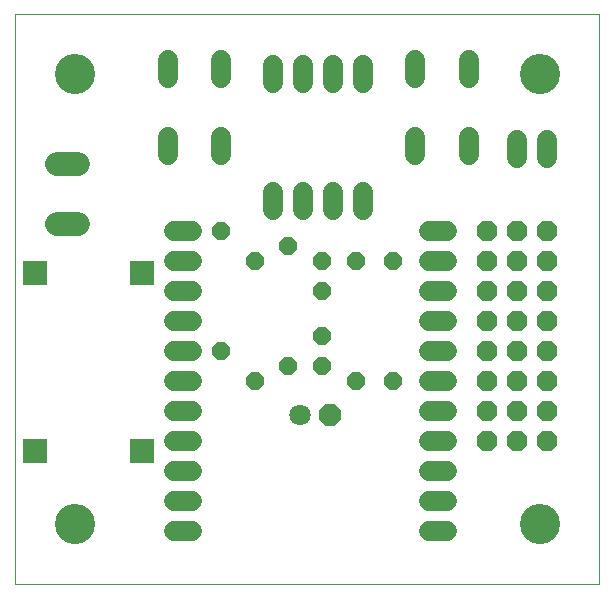
<source format=gbs>
G75*
%MOIN*%
%OFA0B0*%
%FSLAX25Y25*%
%IPPOS*%
%LPD*%
%AMOC8*
5,1,8,0,0,1.08239X$1,22.5*
%
%ADD10C,0.00000*%
%ADD11C,0.06800*%
%ADD12R,0.08400X0.08400*%
%ADD13C,0.07850*%
%ADD14OC8,0.06000*%
%ADD15OC8,0.07100*%
%ADD16C,0.07100*%
%ADD17OC8,0.06800*%
%ADD18C,0.13398*%
D10*
X0006600Y0001600D02*
X0006600Y0191561D01*
X0201551Y0191561D01*
X0201551Y0001600D01*
X0006600Y0001600D01*
X0020301Y0021600D02*
X0020303Y0021758D01*
X0020309Y0021916D01*
X0020319Y0022074D01*
X0020333Y0022232D01*
X0020351Y0022389D01*
X0020372Y0022546D01*
X0020398Y0022702D01*
X0020428Y0022858D01*
X0020461Y0023013D01*
X0020499Y0023166D01*
X0020540Y0023319D01*
X0020585Y0023471D01*
X0020634Y0023622D01*
X0020687Y0023771D01*
X0020743Y0023919D01*
X0020803Y0024065D01*
X0020867Y0024210D01*
X0020935Y0024353D01*
X0021006Y0024495D01*
X0021080Y0024635D01*
X0021158Y0024772D01*
X0021240Y0024908D01*
X0021324Y0025042D01*
X0021413Y0025173D01*
X0021504Y0025302D01*
X0021599Y0025429D01*
X0021696Y0025554D01*
X0021797Y0025676D01*
X0021901Y0025795D01*
X0022008Y0025912D01*
X0022118Y0026026D01*
X0022231Y0026137D01*
X0022346Y0026246D01*
X0022464Y0026351D01*
X0022585Y0026453D01*
X0022708Y0026553D01*
X0022834Y0026649D01*
X0022962Y0026742D01*
X0023092Y0026832D01*
X0023225Y0026918D01*
X0023360Y0027002D01*
X0023496Y0027081D01*
X0023635Y0027158D01*
X0023776Y0027230D01*
X0023918Y0027300D01*
X0024062Y0027365D01*
X0024208Y0027427D01*
X0024355Y0027485D01*
X0024504Y0027540D01*
X0024654Y0027591D01*
X0024805Y0027638D01*
X0024957Y0027681D01*
X0025110Y0027720D01*
X0025265Y0027756D01*
X0025420Y0027787D01*
X0025576Y0027815D01*
X0025732Y0027839D01*
X0025889Y0027859D01*
X0026047Y0027875D01*
X0026204Y0027887D01*
X0026363Y0027895D01*
X0026521Y0027899D01*
X0026679Y0027899D01*
X0026837Y0027895D01*
X0026996Y0027887D01*
X0027153Y0027875D01*
X0027311Y0027859D01*
X0027468Y0027839D01*
X0027624Y0027815D01*
X0027780Y0027787D01*
X0027935Y0027756D01*
X0028090Y0027720D01*
X0028243Y0027681D01*
X0028395Y0027638D01*
X0028546Y0027591D01*
X0028696Y0027540D01*
X0028845Y0027485D01*
X0028992Y0027427D01*
X0029138Y0027365D01*
X0029282Y0027300D01*
X0029424Y0027230D01*
X0029565Y0027158D01*
X0029704Y0027081D01*
X0029840Y0027002D01*
X0029975Y0026918D01*
X0030108Y0026832D01*
X0030238Y0026742D01*
X0030366Y0026649D01*
X0030492Y0026553D01*
X0030615Y0026453D01*
X0030736Y0026351D01*
X0030854Y0026246D01*
X0030969Y0026137D01*
X0031082Y0026026D01*
X0031192Y0025912D01*
X0031299Y0025795D01*
X0031403Y0025676D01*
X0031504Y0025554D01*
X0031601Y0025429D01*
X0031696Y0025302D01*
X0031787Y0025173D01*
X0031876Y0025042D01*
X0031960Y0024908D01*
X0032042Y0024772D01*
X0032120Y0024635D01*
X0032194Y0024495D01*
X0032265Y0024353D01*
X0032333Y0024210D01*
X0032397Y0024065D01*
X0032457Y0023919D01*
X0032513Y0023771D01*
X0032566Y0023622D01*
X0032615Y0023471D01*
X0032660Y0023319D01*
X0032701Y0023166D01*
X0032739Y0023013D01*
X0032772Y0022858D01*
X0032802Y0022702D01*
X0032828Y0022546D01*
X0032849Y0022389D01*
X0032867Y0022232D01*
X0032881Y0022074D01*
X0032891Y0021916D01*
X0032897Y0021758D01*
X0032899Y0021600D01*
X0032897Y0021442D01*
X0032891Y0021284D01*
X0032881Y0021126D01*
X0032867Y0020968D01*
X0032849Y0020811D01*
X0032828Y0020654D01*
X0032802Y0020498D01*
X0032772Y0020342D01*
X0032739Y0020187D01*
X0032701Y0020034D01*
X0032660Y0019881D01*
X0032615Y0019729D01*
X0032566Y0019578D01*
X0032513Y0019429D01*
X0032457Y0019281D01*
X0032397Y0019135D01*
X0032333Y0018990D01*
X0032265Y0018847D01*
X0032194Y0018705D01*
X0032120Y0018565D01*
X0032042Y0018428D01*
X0031960Y0018292D01*
X0031876Y0018158D01*
X0031787Y0018027D01*
X0031696Y0017898D01*
X0031601Y0017771D01*
X0031504Y0017646D01*
X0031403Y0017524D01*
X0031299Y0017405D01*
X0031192Y0017288D01*
X0031082Y0017174D01*
X0030969Y0017063D01*
X0030854Y0016954D01*
X0030736Y0016849D01*
X0030615Y0016747D01*
X0030492Y0016647D01*
X0030366Y0016551D01*
X0030238Y0016458D01*
X0030108Y0016368D01*
X0029975Y0016282D01*
X0029840Y0016198D01*
X0029704Y0016119D01*
X0029565Y0016042D01*
X0029424Y0015970D01*
X0029282Y0015900D01*
X0029138Y0015835D01*
X0028992Y0015773D01*
X0028845Y0015715D01*
X0028696Y0015660D01*
X0028546Y0015609D01*
X0028395Y0015562D01*
X0028243Y0015519D01*
X0028090Y0015480D01*
X0027935Y0015444D01*
X0027780Y0015413D01*
X0027624Y0015385D01*
X0027468Y0015361D01*
X0027311Y0015341D01*
X0027153Y0015325D01*
X0026996Y0015313D01*
X0026837Y0015305D01*
X0026679Y0015301D01*
X0026521Y0015301D01*
X0026363Y0015305D01*
X0026204Y0015313D01*
X0026047Y0015325D01*
X0025889Y0015341D01*
X0025732Y0015361D01*
X0025576Y0015385D01*
X0025420Y0015413D01*
X0025265Y0015444D01*
X0025110Y0015480D01*
X0024957Y0015519D01*
X0024805Y0015562D01*
X0024654Y0015609D01*
X0024504Y0015660D01*
X0024355Y0015715D01*
X0024208Y0015773D01*
X0024062Y0015835D01*
X0023918Y0015900D01*
X0023776Y0015970D01*
X0023635Y0016042D01*
X0023496Y0016119D01*
X0023360Y0016198D01*
X0023225Y0016282D01*
X0023092Y0016368D01*
X0022962Y0016458D01*
X0022834Y0016551D01*
X0022708Y0016647D01*
X0022585Y0016747D01*
X0022464Y0016849D01*
X0022346Y0016954D01*
X0022231Y0017063D01*
X0022118Y0017174D01*
X0022008Y0017288D01*
X0021901Y0017405D01*
X0021797Y0017524D01*
X0021696Y0017646D01*
X0021599Y0017771D01*
X0021504Y0017898D01*
X0021413Y0018027D01*
X0021324Y0018158D01*
X0021240Y0018292D01*
X0021158Y0018428D01*
X0021080Y0018565D01*
X0021006Y0018705D01*
X0020935Y0018847D01*
X0020867Y0018990D01*
X0020803Y0019135D01*
X0020743Y0019281D01*
X0020687Y0019429D01*
X0020634Y0019578D01*
X0020585Y0019729D01*
X0020540Y0019881D01*
X0020499Y0020034D01*
X0020461Y0020187D01*
X0020428Y0020342D01*
X0020398Y0020498D01*
X0020372Y0020654D01*
X0020351Y0020811D01*
X0020333Y0020968D01*
X0020319Y0021126D01*
X0020309Y0021284D01*
X0020303Y0021442D01*
X0020301Y0021600D01*
X0020301Y0171600D02*
X0020303Y0171758D01*
X0020309Y0171916D01*
X0020319Y0172074D01*
X0020333Y0172232D01*
X0020351Y0172389D01*
X0020372Y0172546D01*
X0020398Y0172702D01*
X0020428Y0172858D01*
X0020461Y0173013D01*
X0020499Y0173166D01*
X0020540Y0173319D01*
X0020585Y0173471D01*
X0020634Y0173622D01*
X0020687Y0173771D01*
X0020743Y0173919D01*
X0020803Y0174065D01*
X0020867Y0174210D01*
X0020935Y0174353D01*
X0021006Y0174495D01*
X0021080Y0174635D01*
X0021158Y0174772D01*
X0021240Y0174908D01*
X0021324Y0175042D01*
X0021413Y0175173D01*
X0021504Y0175302D01*
X0021599Y0175429D01*
X0021696Y0175554D01*
X0021797Y0175676D01*
X0021901Y0175795D01*
X0022008Y0175912D01*
X0022118Y0176026D01*
X0022231Y0176137D01*
X0022346Y0176246D01*
X0022464Y0176351D01*
X0022585Y0176453D01*
X0022708Y0176553D01*
X0022834Y0176649D01*
X0022962Y0176742D01*
X0023092Y0176832D01*
X0023225Y0176918D01*
X0023360Y0177002D01*
X0023496Y0177081D01*
X0023635Y0177158D01*
X0023776Y0177230D01*
X0023918Y0177300D01*
X0024062Y0177365D01*
X0024208Y0177427D01*
X0024355Y0177485D01*
X0024504Y0177540D01*
X0024654Y0177591D01*
X0024805Y0177638D01*
X0024957Y0177681D01*
X0025110Y0177720D01*
X0025265Y0177756D01*
X0025420Y0177787D01*
X0025576Y0177815D01*
X0025732Y0177839D01*
X0025889Y0177859D01*
X0026047Y0177875D01*
X0026204Y0177887D01*
X0026363Y0177895D01*
X0026521Y0177899D01*
X0026679Y0177899D01*
X0026837Y0177895D01*
X0026996Y0177887D01*
X0027153Y0177875D01*
X0027311Y0177859D01*
X0027468Y0177839D01*
X0027624Y0177815D01*
X0027780Y0177787D01*
X0027935Y0177756D01*
X0028090Y0177720D01*
X0028243Y0177681D01*
X0028395Y0177638D01*
X0028546Y0177591D01*
X0028696Y0177540D01*
X0028845Y0177485D01*
X0028992Y0177427D01*
X0029138Y0177365D01*
X0029282Y0177300D01*
X0029424Y0177230D01*
X0029565Y0177158D01*
X0029704Y0177081D01*
X0029840Y0177002D01*
X0029975Y0176918D01*
X0030108Y0176832D01*
X0030238Y0176742D01*
X0030366Y0176649D01*
X0030492Y0176553D01*
X0030615Y0176453D01*
X0030736Y0176351D01*
X0030854Y0176246D01*
X0030969Y0176137D01*
X0031082Y0176026D01*
X0031192Y0175912D01*
X0031299Y0175795D01*
X0031403Y0175676D01*
X0031504Y0175554D01*
X0031601Y0175429D01*
X0031696Y0175302D01*
X0031787Y0175173D01*
X0031876Y0175042D01*
X0031960Y0174908D01*
X0032042Y0174772D01*
X0032120Y0174635D01*
X0032194Y0174495D01*
X0032265Y0174353D01*
X0032333Y0174210D01*
X0032397Y0174065D01*
X0032457Y0173919D01*
X0032513Y0173771D01*
X0032566Y0173622D01*
X0032615Y0173471D01*
X0032660Y0173319D01*
X0032701Y0173166D01*
X0032739Y0173013D01*
X0032772Y0172858D01*
X0032802Y0172702D01*
X0032828Y0172546D01*
X0032849Y0172389D01*
X0032867Y0172232D01*
X0032881Y0172074D01*
X0032891Y0171916D01*
X0032897Y0171758D01*
X0032899Y0171600D01*
X0032897Y0171442D01*
X0032891Y0171284D01*
X0032881Y0171126D01*
X0032867Y0170968D01*
X0032849Y0170811D01*
X0032828Y0170654D01*
X0032802Y0170498D01*
X0032772Y0170342D01*
X0032739Y0170187D01*
X0032701Y0170034D01*
X0032660Y0169881D01*
X0032615Y0169729D01*
X0032566Y0169578D01*
X0032513Y0169429D01*
X0032457Y0169281D01*
X0032397Y0169135D01*
X0032333Y0168990D01*
X0032265Y0168847D01*
X0032194Y0168705D01*
X0032120Y0168565D01*
X0032042Y0168428D01*
X0031960Y0168292D01*
X0031876Y0168158D01*
X0031787Y0168027D01*
X0031696Y0167898D01*
X0031601Y0167771D01*
X0031504Y0167646D01*
X0031403Y0167524D01*
X0031299Y0167405D01*
X0031192Y0167288D01*
X0031082Y0167174D01*
X0030969Y0167063D01*
X0030854Y0166954D01*
X0030736Y0166849D01*
X0030615Y0166747D01*
X0030492Y0166647D01*
X0030366Y0166551D01*
X0030238Y0166458D01*
X0030108Y0166368D01*
X0029975Y0166282D01*
X0029840Y0166198D01*
X0029704Y0166119D01*
X0029565Y0166042D01*
X0029424Y0165970D01*
X0029282Y0165900D01*
X0029138Y0165835D01*
X0028992Y0165773D01*
X0028845Y0165715D01*
X0028696Y0165660D01*
X0028546Y0165609D01*
X0028395Y0165562D01*
X0028243Y0165519D01*
X0028090Y0165480D01*
X0027935Y0165444D01*
X0027780Y0165413D01*
X0027624Y0165385D01*
X0027468Y0165361D01*
X0027311Y0165341D01*
X0027153Y0165325D01*
X0026996Y0165313D01*
X0026837Y0165305D01*
X0026679Y0165301D01*
X0026521Y0165301D01*
X0026363Y0165305D01*
X0026204Y0165313D01*
X0026047Y0165325D01*
X0025889Y0165341D01*
X0025732Y0165361D01*
X0025576Y0165385D01*
X0025420Y0165413D01*
X0025265Y0165444D01*
X0025110Y0165480D01*
X0024957Y0165519D01*
X0024805Y0165562D01*
X0024654Y0165609D01*
X0024504Y0165660D01*
X0024355Y0165715D01*
X0024208Y0165773D01*
X0024062Y0165835D01*
X0023918Y0165900D01*
X0023776Y0165970D01*
X0023635Y0166042D01*
X0023496Y0166119D01*
X0023360Y0166198D01*
X0023225Y0166282D01*
X0023092Y0166368D01*
X0022962Y0166458D01*
X0022834Y0166551D01*
X0022708Y0166647D01*
X0022585Y0166747D01*
X0022464Y0166849D01*
X0022346Y0166954D01*
X0022231Y0167063D01*
X0022118Y0167174D01*
X0022008Y0167288D01*
X0021901Y0167405D01*
X0021797Y0167524D01*
X0021696Y0167646D01*
X0021599Y0167771D01*
X0021504Y0167898D01*
X0021413Y0168027D01*
X0021324Y0168158D01*
X0021240Y0168292D01*
X0021158Y0168428D01*
X0021080Y0168565D01*
X0021006Y0168705D01*
X0020935Y0168847D01*
X0020867Y0168990D01*
X0020803Y0169135D01*
X0020743Y0169281D01*
X0020687Y0169429D01*
X0020634Y0169578D01*
X0020585Y0169729D01*
X0020540Y0169881D01*
X0020499Y0170034D01*
X0020461Y0170187D01*
X0020428Y0170342D01*
X0020398Y0170498D01*
X0020372Y0170654D01*
X0020351Y0170811D01*
X0020333Y0170968D01*
X0020319Y0171126D01*
X0020309Y0171284D01*
X0020303Y0171442D01*
X0020301Y0171600D01*
X0175301Y0171600D02*
X0175303Y0171758D01*
X0175309Y0171916D01*
X0175319Y0172074D01*
X0175333Y0172232D01*
X0175351Y0172389D01*
X0175372Y0172546D01*
X0175398Y0172702D01*
X0175428Y0172858D01*
X0175461Y0173013D01*
X0175499Y0173166D01*
X0175540Y0173319D01*
X0175585Y0173471D01*
X0175634Y0173622D01*
X0175687Y0173771D01*
X0175743Y0173919D01*
X0175803Y0174065D01*
X0175867Y0174210D01*
X0175935Y0174353D01*
X0176006Y0174495D01*
X0176080Y0174635D01*
X0176158Y0174772D01*
X0176240Y0174908D01*
X0176324Y0175042D01*
X0176413Y0175173D01*
X0176504Y0175302D01*
X0176599Y0175429D01*
X0176696Y0175554D01*
X0176797Y0175676D01*
X0176901Y0175795D01*
X0177008Y0175912D01*
X0177118Y0176026D01*
X0177231Y0176137D01*
X0177346Y0176246D01*
X0177464Y0176351D01*
X0177585Y0176453D01*
X0177708Y0176553D01*
X0177834Y0176649D01*
X0177962Y0176742D01*
X0178092Y0176832D01*
X0178225Y0176918D01*
X0178360Y0177002D01*
X0178496Y0177081D01*
X0178635Y0177158D01*
X0178776Y0177230D01*
X0178918Y0177300D01*
X0179062Y0177365D01*
X0179208Y0177427D01*
X0179355Y0177485D01*
X0179504Y0177540D01*
X0179654Y0177591D01*
X0179805Y0177638D01*
X0179957Y0177681D01*
X0180110Y0177720D01*
X0180265Y0177756D01*
X0180420Y0177787D01*
X0180576Y0177815D01*
X0180732Y0177839D01*
X0180889Y0177859D01*
X0181047Y0177875D01*
X0181204Y0177887D01*
X0181363Y0177895D01*
X0181521Y0177899D01*
X0181679Y0177899D01*
X0181837Y0177895D01*
X0181996Y0177887D01*
X0182153Y0177875D01*
X0182311Y0177859D01*
X0182468Y0177839D01*
X0182624Y0177815D01*
X0182780Y0177787D01*
X0182935Y0177756D01*
X0183090Y0177720D01*
X0183243Y0177681D01*
X0183395Y0177638D01*
X0183546Y0177591D01*
X0183696Y0177540D01*
X0183845Y0177485D01*
X0183992Y0177427D01*
X0184138Y0177365D01*
X0184282Y0177300D01*
X0184424Y0177230D01*
X0184565Y0177158D01*
X0184704Y0177081D01*
X0184840Y0177002D01*
X0184975Y0176918D01*
X0185108Y0176832D01*
X0185238Y0176742D01*
X0185366Y0176649D01*
X0185492Y0176553D01*
X0185615Y0176453D01*
X0185736Y0176351D01*
X0185854Y0176246D01*
X0185969Y0176137D01*
X0186082Y0176026D01*
X0186192Y0175912D01*
X0186299Y0175795D01*
X0186403Y0175676D01*
X0186504Y0175554D01*
X0186601Y0175429D01*
X0186696Y0175302D01*
X0186787Y0175173D01*
X0186876Y0175042D01*
X0186960Y0174908D01*
X0187042Y0174772D01*
X0187120Y0174635D01*
X0187194Y0174495D01*
X0187265Y0174353D01*
X0187333Y0174210D01*
X0187397Y0174065D01*
X0187457Y0173919D01*
X0187513Y0173771D01*
X0187566Y0173622D01*
X0187615Y0173471D01*
X0187660Y0173319D01*
X0187701Y0173166D01*
X0187739Y0173013D01*
X0187772Y0172858D01*
X0187802Y0172702D01*
X0187828Y0172546D01*
X0187849Y0172389D01*
X0187867Y0172232D01*
X0187881Y0172074D01*
X0187891Y0171916D01*
X0187897Y0171758D01*
X0187899Y0171600D01*
X0187897Y0171442D01*
X0187891Y0171284D01*
X0187881Y0171126D01*
X0187867Y0170968D01*
X0187849Y0170811D01*
X0187828Y0170654D01*
X0187802Y0170498D01*
X0187772Y0170342D01*
X0187739Y0170187D01*
X0187701Y0170034D01*
X0187660Y0169881D01*
X0187615Y0169729D01*
X0187566Y0169578D01*
X0187513Y0169429D01*
X0187457Y0169281D01*
X0187397Y0169135D01*
X0187333Y0168990D01*
X0187265Y0168847D01*
X0187194Y0168705D01*
X0187120Y0168565D01*
X0187042Y0168428D01*
X0186960Y0168292D01*
X0186876Y0168158D01*
X0186787Y0168027D01*
X0186696Y0167898D01*
X0186601Y0167771D01*
X0186504Y0167646D01*
X0186403Y0167524D01*
X0186299Y0167405D01*
X0186192Y0167288D01*
X0186082Y0167174D01*
X0185969Y0167063D01*
X0185854Y0166954D01*
X0185736Y0166849D01*
X0185615Y0166747D01*
X0185492Y0166647D01*
X0185366Y0166551D01*
X0185238Y0166458D01*
X0185108Y0166368D01*
X0184975Y0166282D01*
X0184840Y0166198D01*
X0184704Y0166119D01*
X0184565Y0166042D01*
X0184424Y0165970D01*
X0184282Y0165900D01*
X0184138Y0165835D01*
X0183992Y0165773D01*
X0183845Y0165715D01*
X0183696Y0165660D01*
X0183546Y0165609D01*
X0183395Y0165562D01*
X0183243Y0165519D01*
X0183090Y0165480D01*
X0182935Y0165444D01*
X0182780Y0165413D01*
X0182624Y0165385D01*
X0182468Y0165361D01*
X0182311Y0165341D01*
X0182153Y0165325D01*
X0181996Y0165313D01*
X0181837Y0165305D01*
X0181679Y0165301D01*
X0181521Y0165301D01*
X0181363Y0165305D01*
X0181204Y0165313D01*
X0181047Y0165325D01*
X0180889Y0165341D01*
X0180732Y0165361D01*
X0180576Y0165385D01*
X0180420Y0165413D01*
X0180265Y0165444D01*
X0180110Y0165480D01*
X0179957Y0165519D01*
X0179805Y0165562D01*
X0179654Y0165609D01*
X0179504Y0165660D01*
X0179355Y0165715D01*
X0179208Y0165773D01*
X0179062Y0165835D01*
X0178918Y0165900D01*
X0178776Y0165970D01*
X0178635Y0166042D01*
X0178496Y0166119D01*
X0178360Y0166198D01*
X0178225Y0166282D01*
X0178092Y0166368D01*
X0177962Y0166458D01*
X0177834Y0166551D01*
X0177708Y0166647D01*
X0177585Y0166747D01*
X0177464Y0166849D01*
X0177346Y0166954D01*
X0177231Y0167063D01*
X0177118Y0167174D01*
X0177008Y0167288D01*
X0176901Y0167405D01*
X0176797Y0167524D01*
X0176696Y0167646D01*
X0176599Y0167771D01*
X0176504Y0167898D01*
X0176413Y0168027D01*
X0176324Y0168158D01*
X0176240Y0168292D01*
X0176158Y0168428D01*
X0176080Y0168565D01*
X0176006Y0168705D01*
X0175935Y0168847D01*
X0175867Y0168990D01*
X0175803Y0169135D01*
X0175743Y0169281D01*
X0175687Y0169429D01*
X0175634Y0169578D01*
X0175585Y0169729D01*
X0175540Y0169881D01*
X0175499Y0170034D01*
X0175461Y0170187D01*
X0175428Y0170342D01*
X0175398Y0170498D01*
X0175372Y0170654D01*
X0175351Y0170811D01*
X0175333Y0170968D01*
X0175319Y0171126D01*
X0175309Y0171284D01*
X0175303Y0171442D01*
X0175301Y0171600D01*
X0175301Y0021600D02*
X0175303Y0021758D01*
X0175309Y0021916D01*
X0175319Y0022074D01*
X0175333Y0022232D01*
X0175351Y0022389D01*
X0175372Y0022546D01*
X0175398Y0022702D01*
X0175428Y0022858D01*
X0175461Y0023013D01*
X0175499Y0023166D01*
X0175540Y0023319D01*
X0175585Y0023471D01*
X0175634Y0023622D01*
X0175687Y0023771D01*
X0175743Y0023919D01*
X0175803Y0024065D01*
X0175867Y0024210D01*
X0175935Y0024353D01*
X0176006Y0024495D01*
X0176080Y0024635D01*
X0176158Y0024772D01*
X0176240Y0024908D01*
X0176324Y0025042D01*
X0176413Y0025173D01*
X0176504Y0025302D01*
X0176599Y0025429D01*
X0176696Y0025554D01*
X0176797Y0025676D01*
X0176901Y0025795D01*
X0177008Y0025912D01*
X0177118Y0026026D01*
X0177231Y0026137D01*
X0177346Y0026246D01*
X0177464Y0026351D01*
X0177585Y0026453D01*
X0177708Y0026553D01*
X0177834Y0026649D01*
X0177962Y0026742D01*
X0178092Y0026832D01*
X0178225Y0026918D01*
X0178360Y0027002D01*
X0178496Y0027081D01*
X0178635Y0027158D01*
X0178776Y0027230D01*
X0178918Y0027300D01*
X0179062Y0027365D01*
X0179208Y0027427D01*
X0179355Y0027485D01*
X0179504Y0027540D01*
X0179654Y0027591D01*
X0179805Y0027638D01*
X0179957Y0027681D01*
X0180110Y0027720D01*
X0180265Y0027756D01*
X0180420Y0027787D01*
X0180576Y0027815D01*
X0180732Y0027839D01*
X0180889Y0027859D01*
X0181047Y0027875D01*
X0181204Y0027887D01*
X0181363Y0027895D01*
X0181521Y0027899D01*
X0181679Y0027899D01*
X0181837Y0027895D01*
X0181996Y0027887D01*
X0182153Y0027875D01*
X0182311Y0027859D01*
X0182468Y0027839D01*
X0182624Y0027815D01*
X0182780Y0027787D01*
X0182935Y0027756D01*
X0183090Y0027720D01*
X0183243Y0027681D01*
X0183395Y0027638D01*
X0183546Y0027591D01*
X0183696Y0027540D01*
X0183845Y0027485D01*
X0183992Y0027427D01*
X0184138Y0027365D01*
X0184282Y0027300D01*
X0184424Y0027230D01*
X0184565Y0027158D01*
X0184704Y0027081D01*
X0184840Y0027002D01*
X0184975Y0026918D01*
X0185108Y0026832D01*
X0185238Y0026742D01*
X0185366Y0026649D01*
X0185492Y0026553D01*
X0185615Y0026453D01*
X0185736Y0026351D01*
X0185854Y0026246D01*
X0185969Y0026137D01*
X0186082Y0026026D01*
X0186192Y0025912D01*
X0186299Y0025795D01*
X0186403Y0025676D01*
X0186504Y0025554D01*
X0186601Y0025429D01*
X0186696Y0025302D01*
X0186787Y0025173D01*
X0186876Y0025042D01*
X0186960Y0024908D01*
X0187042Y0024772D01*
X0187120Y0024635D01*
X0187194Y0024495D01*
X0187265Y0024353D01*
X0187333Y0024210D01*
X0187397Y0024065D01*
X0187457Y0023919D01*
X0187513Y0023771D01*
X0187566Y0023622D01*
X0187615Y0023471D01*
X0187660Y0023319D01*
X0187701Y0023166D01*
X0187739Y0023013D01*
X0187772Y0022858D01*
X0187802Y0022702D01*
X0187828Y0022546D01*
X0187849Y0022389D01*
X0187867Y0022232D01*
X0187881Y0022074D01*
X0187891Y0021916D01*
X0187897Y0021758D01*
X0187899Y0021600D01*
X0187897Y0021442D01*
X0187891Y0021284D01*
X0187881Y0021126D01*
X0187867Y0020968D01*
X0187849Y0020811D01*
X0187828Y0020654D01*
X0187802Y0020498D01*
X0187772Y0020342D01*
X0187739Y0020187D01*
X0187701Y0020034D01*
X0187660Y0019881D01*
X0187615Y0019729D01*
X0187566Y0019578D01*
X0187513Y0019429D01*
X0187457Y0019281D01*
X0187397Y0019135D01*
X0187333Y0018990D01*
X0187265Y0018847D01*
X0187194Y0018705D01*
X0187120Y0018565D01*
X0187042Y0018428D01*
X0186960Y0018292D01*
X0186876Y0018158D01*
X0186787Y0018027D01*
X0186696Y0017898D01*
X0186601Y0017771D01*
X0186504Y0017646D01*
X0186403Y0017524D01*
X0186299Y0017405D01*
X0186192Y0017288D01*
X0186082Y0017174D01*
X0185969Y0017063D01*
X0185854Y0016954D01*
X0185736Y0016849D01*
X0185615Y0016747D01*
X0185492Y0016647D01*
X0185366Y0016551D01*
X0185238Y0016458D01*
X0185108Y0016368D01*
X0184975Y0016282D01*
X0184840Y0016198D01*
X0184704Y0016119D01*
X0184565Y0016042D01*
X0184424Y0015970D01*
X0184282Y0015900D01*
X0184138Y0015835D01*
X0183992Y0015773D01*
X0183845Y0015715D01*
X0183696Y0015660D01*
X0183546Y0015609D01*
X0183395Y0015562D01*
X0183243Y0015519D01*
X0183090Y0015480D01*
X0182935Y0015444D01*
X0182780Y0015413D01*
X0182624Y0015385D01*
X0182468Y0015361D01*
X0182311Y0015341D01*
X0182153Y0015325D01*
X0181996Y0015313D01*
X0181837Y0015305D01*
X0181679Y0015301D01*
X0181521Y0015301D01*
X0181363Y0015305D01*
X0181204Y0015313D01*
X0181047Y0015325D01*
X0180889Y0015341D01*
X0180732Y0015361D01*
X0180576Y0015385D01*
X0180420Y0015413D01*
X0180265Y0015444D01*
X0180110Y0015480D01*
X0179957Y0015519D01*
X0179805Y0015562D01*
X0179654Y0015609D01*
X0179504Y0015660D01*
X0179355Y0015715D01*
X0179208Y0015773D01*
X0179062Y0015835D01*
X0178918Y0015900D01*
X0178776Y0015970D01*
X0178635Y0016042D01*
X0178496Y0016119D01*
X0178360Y0016198D01*
X0178225Y0016282D01*
X0178092Y0016368D01*
X0177962Y0016458D01*
X0177834Y0016551D01*
X0177708Y0016647D01*
X0177585Y0016747D01*
X0177464Y0016849D01*
X0177346Y0016954D01*
X0177231Y0017063D01*
X0177118Y0017174D01*
X0177008Y0017288D01*
X0176901Y0017405D01*
X0176797Y0017524D01*
X0176696Y0017646D01*
X0176599Y0017771D01*
X0176504Y0017898D01*
X0176413Y0018027D01*
X0176324Y0018158D01*
X0176240Y0018292D01*
X0176158Y0018428D01*
X0176080Y0018565D01*
X0176006Y0018705D01*
X0175935Y0018847D01*
X0175867Y0018990D01*
X0175803Y0019135D01*
X0175743Y0019281D01*
X0175687Y0019429D01*
X0175634Y0019578D01*
X0175585Y0019729D01*
X0175540Y0019881D01*
X0175499Y0020034D01*
X0175461Y0020187D01*
X0175428Y0020342D01*
X0175398Y0020498D01*
X0175372Y0020654D01*
X0175351Y0020811D01*
X0175333Y0020968D01*
X0175319Y0021126D01*
X0175309Y0021284D01*
X0175303Y0021442D01*
X0175301Y0021600D01*
D11*
X0150850Y0019100D02*
X0144850Y0019100D01*
X0144850Y0029100D02*
X0150850Y0029100D01*
X0150850Y0039100D02*
X0144850Y0039100D01*
X0144850Y0049100D02*
X0150850Y0049100D01*
X0150850Y0059100D02*
X0144850Y0059100D01*
X0144850Y0069100D02*
X0150850Y0069100D01*
X0150850Y0079100D02*
X0144850Y0079100D01*
X0144850Y0089100D02*
X0150850Y0089100D01*
X0150850Y0099100D02*
X0144850Y0099100D01*
X0144850Y0109100D02*
X0150850Y0109100D01*
X0150850Y0119100D02*
X0144850Y0119100D01*
X0122850Y0126100D02*
X0122850Y0132100D01*
X0112850Y0132100D02*
X0112850Y0126100D01*
X0102850Y0126100D02*
X0102850Y0132100D01*
X0092850Y0132100D02*
X0092850Y0126100D01*
X0075500Y0144550D02*
X0075500Y0150550D01*
X0057700Y0150550D02*
X0057700Y0144550D01*
X0059850Y0119100D02*
X0065850Y0119100D01*
X0065850Y0109100D02*
X0059850Y0109100D01*
X0059850Y0099100D02*
X0065850Y0099100D01*
X0065850Y0089100D02*
X0059850Y0089100D01*
X0059850Y0079100D02*
X0065850Y0079100D01*
X0065850Y0069100D02*
X0059850Y0069100D01*
X0059850Y0059100D02*
X0065850Y0059100D01*
X0065850Y0049100D02*
X0059850Y0049100D01*
X0059850Y0039100D02*
X0065850Y0039100D01*
X0065850Y0029100D02*
X0059850Y0029100D01*
X0059850Y0019100D02*
X0065850Y0019100D01*
X0140200Y0144550D02*
X0140200Y0150550D01*
X0158000Y0150550D02*
X0158000Y0144550D01*
X0174100Y0143600D02*
X0174100Y0149600D01*
X0184100Y0149600D02*
X0184100Y0143600D01*
X0158000Y0170150D02*
X0158000Y0176150D01*
X0140200Y0176150D02*
X0140200Y0170150D01*
X0122850Y0168600D02*
X0122850Y0174600D01*
X0112850Y0174600D02*
X0112850Y0168600D01*
X0102850Y0168600D02*
X0102850Y0174600D01*
X0092850Y0174600D02*
X0092850Y0168600D01*
X0075500Y0170150D02*
X0075500Y0176150D01*
X0057700Y0176150D02*
X0057700Y0170150D01*
D12*
X0049050Y0105300D03*
X0013343Y0105300D03*
X0013343Y0045971D03*
X0049050Y0045971D03*
D13*
X0027625Y0121600D02*
X0020575Y0121600D01*
X0020575Y0141600D02*
X0027625Y0141600D01*
D14*
X0075350Y0119100D03*
X0086600Y0109100D03*
X0097850Y0114100D03*
X0109100Y0109100D03*
X0109100Y0099100D03*
X0120350Y0109100D03*
X0132850Y0109100D03*
X0109100Y0084100D03*
X0109100Y0074100D03*
X0097850Y0074100D03*
X0086600Y0069100D03*
X0075350Y0079100D03*
X0120350Y0069100D03*
X0132850Y0069100D03*
D15*
X0111600Y0057850D03*
D16*
X0101600Y0057850D03*
D17*
X0164100Y0059100D03*
X0164100Y0049100D03*
X0174100Y0049100D03*
X0174100Y0049100D03*
X0174100Y0059100D03*
X0174100Y0059100D03*
X0174100Y0069100D03*
X0174100Y0069100D03*
X0174100Y0079100D03*
X0174100Y0079100D03*
X0164100Y0079100D03*
X0164100Y0069100D03*
X0184100Y0069100D03*
X0184100Y0059100D03*
X0184100Y0049100D03*
X0184100Y0079100D03*
X0184100Y0089100D03*
X0184100Y0099100D03*
X0184100Y0109100D03*
X0184100Y0119100D03*
X0174100Y0119100D03*
X0174100Y0119100D03*
X0174100Y0109100D03*
X0174100Y0109100D03*
X0174100Y0099100D03*
X0174100Y0099100D03*
X0174100Y0089100D03*
X0174100Y0089100D03*
X0164100Y0089100D03*
X0164100Y0099100D03*
X0164100Y0109100D03*
X0164100Y0119100D03*
D18*
X0181600Y0171600D03*
X0026600Y0171600D03*
X0026600Y0021600D03*
X0181600Y0021600D03*
M02*

</source>
